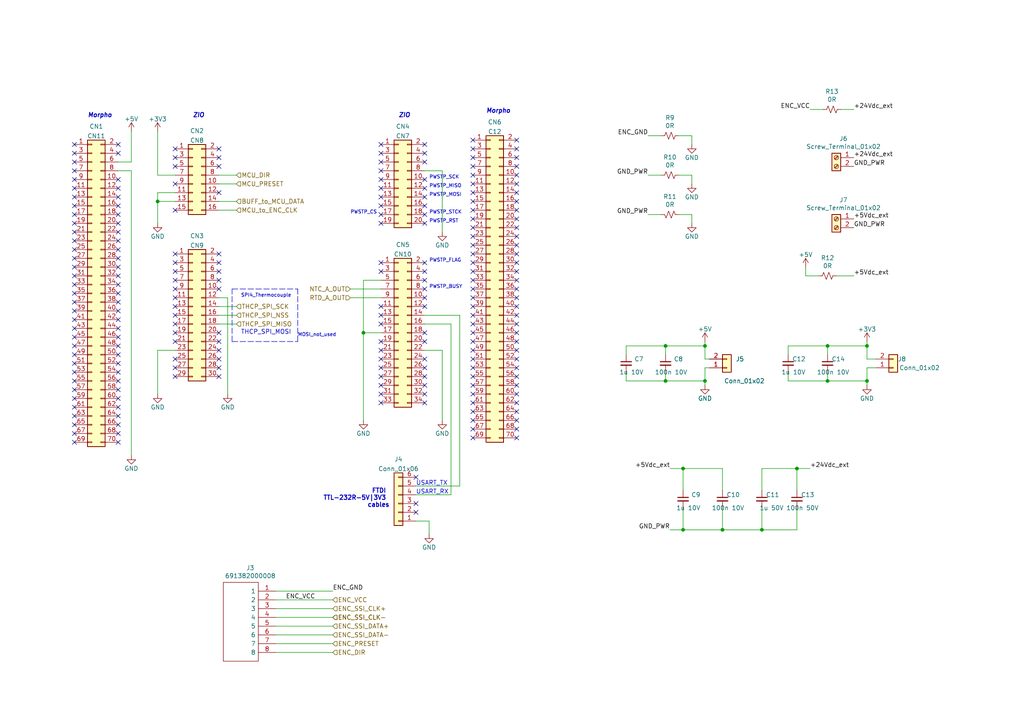
<source format=kicad_sch>
(kicad_sch (version 20211123) (generator eeschema)
  (paper "A4")
  (title_block (title "ProtonTH MatriXX Mover Nucleo-H723 driver") (date "2022-02-18") (rev "0.4") (company "ProM Facility - Trentino Sviluppo Spa"))
  (lib_symbols
    (symbol "Connector:Screw_Terminal_01x02" (pin_names (offset 1.016) hide)
      (property "Reference" "J" (at 0 2.54 0))
      (property "Value" "Screw_Terminal_01x02" (at 0 -5.08 0))
      (symbol "Screw_Terminal_01x02_1_1"
        (pin passive line (at -5.08 0 0) (length 3.81) (name "Pin_1") (number "1"))
        (pin passive line (at -5.08 -2.54 0) (length 3.81) (name "Pin_2") (number "2"))
      )
    )
    (symbol "Connector_Generic:Conn_01x02" (pin_names (offset 1.016) hide)
      (property "Reference" "J" (at 0 2.54 0))
      (property "Value" "Conn_01x02" (at 0 -5.08 0))
      (symbol "Conn_01x02_1_1"
        (pin passive line (at -5.08 0 0) (length 3.81) (name "Pin_1") (number "1"))
        (pin passive line (at -5.08 -2.54 0) (length 3.81) (name "Pin_2") (number "2"))
      )
    )
    (symbol "Connector_Generic:Conn_01x06" (pin_names (offset 1.016) hide)
      (property "Reference" "J" (at 0 7.62 0))
      (property "Value" "Conn_01x06" (at 0 -10.16 0))
      (symbol "Conn_01x06_1_1"
        (pin passive line (at -5.08 5.08 0) (length 3.81) (name "Pin_1") (number "1"))
        (pin passive line (at -5.08 2.54 0) (length 3.81) (name "Pin_2") (number "2"))
        (pin passive line (at -5.08 0 0) (length 3.81) (name "Pin_3") (number "3"))
        (pin passive line (at -5.08 -2.54 0) (length 3.81) (name "Pin_4") (number "4"))
        (pin passive line (at -5.08 -5.08 0) (length 3.81) (name "Pin_5") (number "5"))
        (pin passive line (at -5.08 -7.62 0) (length 3.81) (name "Pin_6") (number "6"))
      )
    )
    (symbol "Connector_Generic:Conn_02x08_Odd_Even" (pin_names (offset 1.016) hide)
      (property "Reference" "J" (at 1.27 10.16 0))
      (property "Value" "Conn_02x08_Odd_Even" (at 1.27 -12.7 0))
      (symbol "Conn_02x08_Odd_Even_1_1"
        (pin passive line (at -5.08 7.62 0) (length 3.81) (name "Pin_1") (number "1"))
        (pin passive line (at 7.62 -2.54 180) (length 3.81) (name "Pin_10") (number "10"))
        (pin passive line (at -5.08 -5.08 0) (length 3.81) (name "Pin_11") (number "11"))
        (pin passive line (at 7.62 -5.08 180) (length 3.81) (name "Pin_12") (number "12"))
        (pin passive line (at -5.08 -7.62 0) (length 3.81) (name "Pin_13") (number "13"))
        (pin passive line (at 7.62 -7.62 180) (length 3.81) (name "Pin_14") (number "14"))
        (pin passive line (at -5.08 -10.16 0) (length 3.81) (name "Pin_15") (number "15"))
        (pin passive line (at 7.62 -10.16 180) (length 3.81) (name "Pin_16") (number "16"))
        (pin passive line (at 7.62 7.62 180) (length 3.81) (name "Pin_2") (number "2"))
        (pin passive line (at -5.08 5.08 0) (length 3.81) (name "Pin_3") (number "3"))
        (pin passive line (at 7.62 5.08 180) (length 3.81) (name "Pin_4") (number "4"))
        (pin passive line (at -5.08 2.54 0) (length 3.81) (name "Pin_5") (number "5"))
        (pin passive line (at 7.62 2.54 180) (length 3.81) (name "Pin_6") (number "6"))
        (pin passive line (at -5.08 0 0) (length 3.81) (name "Pin_7") (number "7"))
        (pin passive line (at 7.62 0 180) (length 3.81) (name "Pin_8") (number "8"))
        (pin passive line (at -5.08 -2.54 0) (length 3.81) (name "Pin_9") (number "9"))
      )
    )
    (symbol "Connector_Generic:Conn_02x10_Odd_Even" (pin_names (offset 1.016) hide)
      (property "Reference" "J" (at 1.27 12.7 0))
      (property "Value" "Conn_02x10_Odd_Even" (at 1.27 -15.24 0))
      (symbol "Conn_02x10_Odd_Even_1_1"
        (pin passive line (at -5.08 10.16 0) (length 3.81) (name "Pin_1") (number "1"))
        (pin passive line (at 7.62 0 180) (length 3.81) (name "Pin_10") (number "10"))
        (pin passive line (at -5.08 -2.54 0) (length 3.81) (name "Pin_11") (number "11"))
        (pin passive line (at 7.62 -2.54 180) (length 3.81) (name "Pin_12") (number "12"))
        (pin passive line (at -5.08 -5.08 0) (length 3.81) (name "Pin_13") (number "13"))
        (pin passive line (at 7.62 -5.08 180) (length 3.81) (name "Pin_14") (number "14"))
        (pin passive line (at -5.08 -7.62 0) (length 3.81) (name "Pin_15") (number "15"))
        (pin passive line (at 7.62 -7.62 180) (length 3.81) (name "Pin_16") (number "16"))
        (pin passive line (at -5.08 -10.16 0) (length 3.81) (name "Pin_17") (number "17"))
        (pin passive line (at 7.62 -10.16 180) (length 3.81) (name "Pin_18") (number "18"))
        (pin passive line (at -5.08 -12.7 0) (length 3.81) (name "Pin_19") (number "19"))
        (pin passive line (at 7.62 10.16 180) (length 3.81) (name "Pin_2") (number "2"))
        (pin passive line (at 7.62 -12.7 180) (length 3.81) (name "Pin_20") (number "20"))
        (pin passive line (at -5.08 7.62 0) (length 3.81) (name "Pin_3") (number "3"))
        (pin passive line (at 7.62 7.62 180) (length 3.81) (name "Pin_4") (number "4"))
        (pin passive line (at -5.08 5.08 0) (length 3.81) (name "Pin_5") (number "5"))
        (pin passive line (at 7.62 5.08 180) (length 3.81) (name "Pin_6") (number "6"))
        (pin passive line (at -5.08 2.54 0) (length 3.81) (name "Pin_7") (number "7"))
        (pin passive line (at 7.62 2.54 180) (length 3.81) (name "Pin_8") (number "8"))
        (pin passive line (at -5.08 0 0) (length 3.81) (name "Pin_9") (number "9"))
      )
    )
    (symbol "Connector_Generic:Conn_02x15_Odd_Even" (pin_names (offset 1.016) hide)
      (property "Reference" "J" (at 1.27 20.32 0))
      (property "Value" "Conn_02x15_Odd_Even" (at 1.27 -20.32 0))
      (symbol "Conn_02x15_Odd_Even_1_1"
        (pin passive line (at -5.08 17.78 0) (length 3.81) (name "Pin_1") (number "1"))
        (pin passive line (at 7.62 7.62 180) (length 3.81) (name "Pin_10") (number "10"))
        (pin passive line (at -5.08 5.08 0) (length 3.81) (name "Pin_11") (number "11"))
        (pin passive line (at 7.62 5.08 180) (length 3.81) (name "Pin_12") (number "12"))
        (pin passive line (at -5.08 2.54 0) (length 3.81) (name "Pin_13") (number "13"))
        (pin passive line (at 7.62 2.54 180) (length 3.81) (name "Pin_14") (number "14"))
        (pin passive line (at -5.08 0 0) (length 3.81) (name "Pin_15") (number "15"))
        (pin passive line (at 7.62 0 180) (length 3.81) (name "Pin_16") (number "16"))
        (pin passive line (at -5.08 -2.54 0) (length 3.81) (name "Pin_17") (number "17"))
        (pin passive line (at 7.62 -2.54 180) (length 3.81) (name "Pin_18") (number "18"))
        (pin passive line (at -5.08 -5.08 0) (length 3.81) (name "Pin_19") (number "19"))
        (pin passive line (at 7.62 17.78 180) (length 3.81) (name "Pin_2") (number "2"))
        (pin passive line (at 7.62 -5.08 180) (length 3.81) (name "Pin_20") (number "20"))
        (pin passive line (at -5.08 -7.62 0) (length 3.81) (name "Pin_21") (number "21"))
        (pin passive line (at 7.62 -7.62 180) (length 3.81) (name "Pin_22") (number "22"))
        (pin passive line (at -5.08 -10.16 0) (length 3.81) (name "Pin_23") (number "23"))
        (pin passive line (at 7.62 -10.16 180) (length 3.81) (name "Pin_24") (number "24"))
        (pin passive line (at -5.08 -12.7 0) (length 3.81) (name "Pin_25") (number "25"))
        (pin passive line (at 7.62 -12.7 180) (length 3.81) (name "Pin_26") (number "26"))
        (pin passive line (at -5.08 -15.24 0) (length 3.81) (name "Pin_27") (number "27"))
        (pin passive line (at 7.62 -15.24 180) (length 3.81) (name "Pin_28") (number "28"))
        (pin passive line (at -5.08 -17.78 0) (length 3.81) (name "Pin_29") (number "29"))
        (pin passive line (at -5.08 15.24 0) (length 3.81) (name "Pin_3") (number "3"))
        (pin passive line (at 7.62 -17.78 180) (length 3.81) (name "Pin_30") (number "30"))
        (pin passive line (at 7.62 15.24 180) (length 3.81) (name "Pin_4") (number "4"))
        (pin passive line (at -5.08 12.7 0) (length 3.81) (name "Pin_5") (number "5"))
        (pin passive line (at 7.62 12.7 180) (length 3.81) (name "Pin_6") (number "6"))
        (pin passive line (at -5.08 10.16 0) (length 3.81) (name "Pin_7") (number "7"))
        (pin passive line (at 7.62 10.16 180) (length 3.81) (name "Pin_8") (number "8"))
        (pin passive line (at -5.08 7.62 0) (length 3.81) (name "Pin_9") (number "9"))
      )
    )
    (symbol "Connector_Generic:Conn_02x17_Odd_Even" (pin_names (offset 1.016) hide)
      (property "Reference" "J" (at 1.27 22.86 0))
      (property "Value" "Conn_02x17_Odd_Even" (at 1.27 -22.86 0))
      (symbol "Conn_02x17_Odd_Even_1_1"
        (pin passive line (at -5.08 20.32 0) (length 3.81) (name "Pin_1") (number "1"))
        (pin passive line (at 7.62 10.16 180) (length 3.81) (name "Pin_10") (number "10"))
        (pin passive line (at -5.08 7.62 0) (length 3.81) (name "Pin_11") (number "11"))
        (pin passive line (at 7.62 7.62 180) (length 3.81) (name "Pin_12") (number "12"))
        (pin passive line (at -5.08 5.08 0) (length 3.81) (name "Pin_13") (number "13"))
        (pin passive line (at 7.62 5.08 180) (length 3.81) (name "Pin_14") (number "14"))
        (pin passive line (at -5.08 2.54 0) (length 3.81) (name "Pin_15") (number "15"))
        (pin passive line (at 7.62 2.54 180) (length 3.81) (name "Pin_16") (number "16"))
        (pin passive line (at -5.08 0 0) (length 3.81) (name "Pin_17") (number "17"))
        (pin passive line (at 7.62 0 180) (length 3.81) (name "Pin_18") (number "18"))
        (pin passive line (at -5.08 -2.54 0) (length 3.81) (name "Pin_19") (number "19"))
        (pin passive line (at 7.62 20.32 180) (length 3.81) (name "Pin_2") (number "2"))
        (pin passive line (at 7.62 -2.54 180) (length 3.81) (name "Pin_20") (number "20"))
        (pin passive line (at -5.08 -5.08 0) (length 3.81) (name "Pin_21") (number "21"))
        (pin passive line (at 7.62 -5.08 180) (length 3.81) (name "Pin_22") (number "22"))
        (pin passive line (at -5.08 -7.62 0) (length 3.81) (name "Pin_23") (number "23"))
        (pin passive line (at 7.62 -7.62 180) (length 3.81) (name "Pin_24") (number "24"))
        (pin passive line (at -5.08 -10.16 0) (length 3.81) (name "Pin_25") (number "25"))
        (pin passive line (at 7.62 -10.16 180) (length 3.81) (name "Pin_26") (number "26"))
        (pin passive line (at -5.08 -12.7 0) (length 3.81) (name "Pin_27") (number "27"))
        (pin passive line (at 7.62 -12.7 180) (length 3.81) (name "Pin_28") (number "28"))
        (pin passive line (at -5.08 -15.24 0) (length 3.81) (name "Pin_29") (number "29"))
        (pin passive line (at -5.08 17.78 0) (length 3.81) (name "Pin_3") (number "3"))
        (pin passive line (at 7.62 -15.24 180) (length 3.81) (name "Pin_30") (number "30"))
        (pin passive line (at -5.08 -17.78 0) (length 3.81) (name "Pin_31") (number "31"))
        (pin passive line (at 7.62 -17.78 180) (length 3.81) (name "Pin_32") (number "32"))
        (pin passive line (at -5.08 -20.32 0) (length 3.81) (name "Pin_33") (number "33"))
        (pin passive line (at 7.62 -20.32 180) (length 3.81) (name "Pin_34") (number "34"))
        (pin passive line (at 7.62 17.78 180) (length 3.81) (name "Pin_4") (number "4"))
        (pin passive line (at -5.08 15.24 0) (length 3.81) (name "Pin_5") (number "5"))
        (pin passive line (at 7.62 15.24 180) (length 3.81) (name "Pin_6") (number "6"))
        (pin passive line (at -5.08 12.7 0) (length 3.81) (name "Pin_7") (number "7"))
        (pin passive line (at 7.62 12.7 180) (length 3.81) (name "Pin_8") (number "8"))
        (pin passive line (at -5.08 10.16 0) (length 3.81) (name "Pin_9") (number "9"))
      )
    )
    (symbol "Connector_Generic:Conn_02x35_Odd_Even" (pin_names (offset 1.016) hide)
      (property "Reference" "J" (at 1.27 45.72 0))
      (property "Value" "Conn_02x35_Odd_Even" (at 1.27 -45.72 0))
      (symbol "Conn_02x35_Odd_Even_1_1"
        (pin passive line (at -5.08 43.18 0) (length 3.81) (name "Pin_1") (number "1"))
        (pin passive line (at 7.62 33.02 180) (length 3.81) (name "Pin_10") (number "10"))
        (pin passive line (at -5.08 30.48 0) (length 3.81) (name "Pin_11") (number "11"))
        (pin passive line (at 7.62 30.48 180) (length 3.81) (name "Pin_12") (number "12"))
        (pin passive line (at -5.08 27.94 0) (length 3.81) (name "Pin_13") (number "13"))
        (pin passive line (at 7.62 27.94 180) (length 3.81) (name "Pin_14") (number "14"))
        (pin passive line (at -5.08 25.4 0) (length 3.81) (name "Pin_15") (number "15"))
        (pin passive line (at 7.62 25.4 180) (length 3.81) (name "Pin_16") (number "16"))
        (pin passive line (at -5.08 22.86 0) (length 3.81) (name "Pin_17") (number "17"))
        (pin passive line (at 7.62 22.86 180) (length 3.81) (name "Pin_18") (number "18"))
        (pin passive line (at -5.08 20.32 0) (length 3.81) (name "Pin_19") (number "19"))
        (pin passive line (at 7.62 43.18 180) (length 3.81) (name "Pin_2") (number "2"))
        (pin passive line (at 7.62 20.32 180) (length 3.81) (name "Pin_20") (number "20"))
        (pin passive line (at -5.08 17.78 0) (length 3.81) (name "Pin_21") (number "21"))
        (pin passive line (at 7.62 17.78 180) (length 3.81) (name "Pin_22") (number "22"))
        (pin passive line (at -5.08 15.24 0) (length 3.81) (name "Pin_23") (number "23"))
        (pin passive line (at 7.62 15.24 180) (length 3.81) (name "Pin_24") (number "24"))
        (pin passive line (at -5.08 12.7 0) (length 3.81) (name "Pin_25") (number "25"))
        (pin passive line (at 7.62 12.7 180) (length 3.81) (name "Pin_26") (number "26"))
        (pin passive line (at -5.08 10.16 0) (length 3.81) (name "Pin_27") (number "27"))
        (pin passive line (at 7.62 10.16 180) (length 3.81) (name "Pin_28") (number "28"))
        (pin passive line (at -5.08 7.62 0) (length 3.81) (name "Pin_29") (number "29"))
        (pin passive line (at -5.08 40.64 0) (length 3.81) (name "Pin_3") (number "3"))
        (pin passive line (at 7.62 7.62 180) (length 3.81) (name "Pin_30") (number "30"))
        (pin passive line (at -5.08 5.08 0) (length 3.81) (name "Pin_31") (number "31"))
        (pin passive line (at 7.62 5.08 180) (length 3.81) (name "Pin_32") (number "32"))
        (pin passive line (at -5.08 2.54 0) (length 3.81) (name "Pin_33") (number "33"))
        (pin passive line (at 7.62 2.54 180) (length 3.81) (name "Pin_34") (number "34"))
        (pin passive line (at -5.08 0 0) (length 3.81) (name "Pin_35") (number "35"))
        (pin passive line (at 7.62 0 180) (length 3.81) (name "Pin_36") (number "36"))
        (pin passive line (at -5.08 -2.54 0) (length 3.81) (name "Pin_37") (number "37"))
        (pin passive line (at 7.62 -2.54 180) (length 3.81) (name "Pin_38") (number "38"))
        (pin passive line (at -5.08 -5.08 0) (length 3.81) (name "Pin_39") (number "39"))
        (pin passive line (at 7.62 40.64 180) (length 3.81) (name "Pin_4") (number "4"))
        (pin passive line (at 7.62 -5.08 180) (length 3.81) (name "Pin_40") (number "40"))
        (pin passive line (at -5.08 -7.62 0) (length 3.81) (name "Pin_41") (number "41"))
        (pin passive line (at 7.62 -7.62 180) (length 3.81) (name "Pin_42") (number "42"))
        (pin passive line (at -5.08 -10.16 0) (length 3.81) (name "Pin_43") (number "43"))
        (pin passive line (at 7.62 -10.16 180) (length 3.81) (name "Pin_44") (number "44"))
        (pin passive line (at -5.08 -12.7 0) (length 3.81) (name "Pin_45") (number "45"))
        (pin passive line (at 7.62 -12.7 180) (length 3.81) (name "Pin_46") (number "46"))
        (pin passive line (at -5.08 -15.24 0) (length 3.81) (name "Pin_47") (number "47"))
        (pin passive line (at 7.62 -15.24 180) (length 3.81) (name "Pin_48") (number "48"))
        (pin passive line (at -5.08 -17.78 0) (length 3.81) (name "Pin_49") (number "49"))
        (pin passive line (at -5.08 38.1 0) (length 3.81) (name "Pin_5") (number "5"))
        (pin passive line (at 7.62 -17.78 180) (length 3.81) (name "Pin_50") (number "50"))
        (pin passive line (at -5.08 -20.32 0) (length 3.81) (name "Pin_51") (number "51"))
        (pin passive line (at 7.62 -20.32 180) (length 3.81) (name "Pin_52") (number "52"))
        (pin passive line (at -5.08 -22.86 0) (length 3.81) (name "Pin_53") (number "53"))
        (pin passive line (at 7.62 -22.86 180) (length 3.81) (name "Pin_54") (number "54"))
        (pin passive line (at -5.08 -25.4 0) (length 3.81) (name "Pin_55") (number "55"))
        (pin passive line (at 7.62 -25.4 180) (length 3.81) (name "Pin_56") (number "56"))
        (pin passive line (at -5.08 -27.94 0) (length 3.81) (name "Pin_57") (number "57"))
        (pin passive line (at 7.62 -27.94 180) (length 3.81) (name "Pin_58") (number "58"))
        (pin passive line (at -5.08 -30.48 0) (length 3.81) (name "Pin_59") (number "59"))
        (pin passive line (at 7.62 38.1 180) (length 3.81) (name "Pin_6") (number "6"))
        (pin passive line (at 7.62 -30.48 180) (length 3.81) (name "Pin_60") (number "60"))
        (pin passive line (at -5.08 -33.02 0) (length 3.81) (name "Pin_61") (number "61"))
        (pin passive line (at 7.62 -33.02 180) (length 3.81) (name "Pin_62") (number "62"))
        (pin passive line (at -5.08 -35.56 0) (length 3.81) (name "Pin_63") (number "63"))
        (pin passive line (at 7.62 -35.56 180) (length 3.81) (name "Pin_64") (number "64"))
        (pin passive line (at -5.08 -38.1 0) (length 3.81) (name "Pin_65") (number "65"))
        (pin passive line (at 7.62 -38.1 180) (length 3.81) (name "Pin_66") (number "66"))
        (pin passive line (at -5.08 -40.64 0) (length 3.81) (name "Pin_67") (number "67"))
        (pin passive line (at 7.62 -40.64 180) (length 3.81) (name "Pin_68") (number "68"))
        (pin passive line (at -5.08 -43.18 0) (length 3.81) (name "Pin_69") (number "69"))
        (pin passive line (at -5.08 35.56 0) (length 3.81) (name "Pin_7") (number "7"))
        (pin passive line (at 7.62 -43.18 180) (length 3.81) (name "Pin_70") (number "70"))
        (pin passive line (at 7.62 35.56 180) (length 3.81) (name "Pin_8") (number "8"))
        (pin passive line (at -5.08 33.02 0) (length 3.81) (name "Pin_9") (number "9"))
      )
    )
    (symbol "Device:C_Small" (pin_numbers hide) (pin_names (offset 0.254) hide)
      (property "Reference" "C" (at 0.254 1.778 0))
      (property "Value" "C_Small" (at 0.254 -2.032 0))
      (symbol "C_Small_1_1"
        (pin passive line (at 0 2.54 270) (length 2.032) (name "~") (number "1"))
        (pin passive line (at 0 -2.54 90) (length 2.032) (name "~") (number "2"))
      )
    )
    (symbol "Device:R_Small_US" (pin_numbers hide) (pin_names (offset 0.254) hide)
      (property "Reference" "R" (at 0.762 0.508 0))
      (property "Value" "R_Small_US" (at 0.762 -1.016 0))
      (symbol "R_Small_US_1_1"
        (pin passive line (at 0 2.54 270) (length 1.016) (name "~") (number "1"))
        (pin passive line (at 0 -2.54 90) (length 1.016) (name "~") (number "2"))
      )
    )
    (symbol "SamacSys_Parts:691382000008" (pin_names (offset 0.762))
      (property "Reference" "J" (at 16.51 7.62 0))
      (property "Value" "SamacSys_Parts_691382000008" (at 16.51 5.08 0))
      (symbol "691382000008_0_0"
        (pin passive line (at 0 0 0) (length 5.08) (name "1") (number "1"))
        (pin passive line (at 0 -2.54 0) (length 5.08) (name "2") (number "2"))
        (pin passive line (at 0 -5.08 0) (length 5.08) (name "3") (number "3"))
        (pin passive line (at 0 -7.62 0) (length 5.08) (name "4") (number "4"))
        (pin passive line (at 0 -10.16 0) (length 5.08) (name "5") (number "5"))
        (pin passive line (at 0 -12.7 0) (length 5.08) (name "6") (number "6"))
        (pin passive line (at 0 -15.24 0) (length 5.08) (name "7") (number "7"))
        (pin passive line (at 0 -17.78 0) (length 5.08) (name "8") (number "8"))
      )
    )
    (symbol "power:+3.3V" (power) (pin_names (offset 0))
      (property "Value" "+3.3V" (at 0 3.556 0))
      (symbol "+3.3V_1_1"
        (pin power_in line (at 0 0 90) (length 0) hide (name "+3V3") (number "1"))
      )
    )
    (symbol "power:+5V" (power) (pin_names (offset 0))
      (property "Value" "+5V" (at 0 3.556 0))
      (symbol "+5V_1_1"
        (pin power_in line (at 0 0 90) (length 0) hide (name "+5V") (number "1"))
      )
    )
    (symbol "power:GND" (power) (pin_names (offset 0))
      (property "Value" "GND" (at 0 -3.81 0))
      (symbol "GND_1_1"
        (pin power_in line (at 0 0 270) (length 0) hide (name "GND") (number "1"))
      )
    )
  )
  (junction (at 198.12 135.89))
  (junction (at 193.04 110.49))
  (junction (at 193.04 100.33))
  (junction (at 251.46 110.49))
  (junction (at 204.47 110.49))
  (junction (at 231.14 135.89))
  (junction (at 251.46 100.33))
  (junction (at 240.03 100.33))
  (junction (at 240.03 110.49))
  (junction (at 209.55 153.67))
  (junction (at 204.47 100.33))
  (junction (at 105.41 96.52))
  (junction (at 198.12 153.67))
  (junction (at 220.98 153.67))
  (junction (at 45.72 58.42))
  (no_connect (at 120.65 138.43))
  (no_connect (at 120.65 146.05))
  (no_connect (at 120.65 148.59))
  (no_connect (at 137.16 101.6))
  (no_connect (at 137.16 99.06))
  (no_connect (at 137.16 104.14))
  (no_connect (at 137.16 119.38))
  (no_connect (at 137.16 111.76))
  (no_connect (at 137.16 106.68))
  (no_connect (at 137.16 114.3))
  (no_connect (at 137.16 109.22))
  (no_connect (at 137.16 116.84))
  (no_connect (at 149.86 121.92))
  (no_connect (at 137.16 124.46))
  (no_connect (at 137.16 127))
  (no_connect (at 149.86 127))
  (no_connect (at 149.86 124.46))
  (no_connect (at 149.86 119.38))
  (no_connect (at 137.16 121.92))
  (no_connect (at 149.86 114.3))
  (no_connect (at 149.86 116.84))
  (no_connect (at 149.86 104.14))
  (no_connect (at 149.86 109.22))
  (no_connect (at 149.86 101.6))
  (no_connect (at 149.86 99.06))
  (no_connect (at 149.86 106.68))
  (no_connect (at 149.86 111.76))
  (no_connect (at 137.16 68.58))
  (no_connect (at 137.16 66.04))
  (no_connect (at 137.16 71.12))
  (no_connect (at 137.16 63.5))
  (no_connect (at 149.86 68.58))
  (no_connect (at 149.86 71.12))
  (no_connect (at 149.86 63.5))
  (no_connect (at 149.86 73.66))
  (no_connect (at 149.86 66.04))
  (no_connect (at 34.29 128.27))
  (no_connect (at 34.29 125.73))
  (no_connect (at 34.29 123.19))
  (no_connect (at 34.29 80.01))
  (no_connect (at 34.29 82.55))
  (no_connect (at 34.29 85.09))
  (no_connect (at 34.29 87.63))
  (no_connect (at 34.29 90.17))
  (no_connect (at 34.29 92.71))
  (no_connect (at 34.29 95.25))
  (no_connect (at 34.29 97.79))
  (no_connect (at 34.29 100.33))
  (no_connect (at 34.29 102.87))
  (no_connect (at 21.59 118.11))
  (no_connect (at 21.59 123.19))
  (no_connect (at 21.59 120.65))
  (no_connect (at 21.59 125.73))
  (no_connect (at 21.59 128.27))
  (no_connect (at 21.59 115.57))
  (no_connect (at 34.29 120.65))
  (no_connect (at 34.29 118.11))
  (no_connect (at 34.29 115.57))
  (no_connect (at 34.29 105.41))
  (no_connect (at 34.29 107.95))
  (no_connect (at 34.29 110.49))
  (no_connect (at 34.29 113.03))
  (no_connect (at 34.29 77.47))
  (no_connect (at 34.29 72.39))
  (no_connect (at 34.29 74.93))
  (no_connect (at 137.16 81.28))
  (no_connect (at 137.16 78.74))
  (no_connect (at 137.16 76.2))
  (no_connect (at 149.86 76.2))
  (no_connect (at 149.86 78.74))
  (no_connect (at 149.86 86.36))
  (no_connect (at 149.86 81.28))
  (no_connect (at 149.86 83.82))
  (no_connect (at 149.86 88.9))
  (no_connect (at 149.86 91.44))
  (no_connect (at 149.86 93.98))
  (no_connect (at 149.86 96.52))
  (no_connect (at 137.16 73.66))
  (no_connect (at 137.16 96.52))
  (no_connect (at 137.16 86.36))
  (no_connect (at 137.16 83.82))
  (no_connect (at 137.16 93.98))
  (no_connect (at 137.16 88.9))
  (no_connect (at 137.16 91.44))
  (no_connect (at 50.8 53.34))
  (no_connect (at 50.8 43.18))
  (no_connect (at 50.8 48.26))
  (no_connect (at 50.8 60.96))
  (no_connect (at 63.5 55.88))
  (no_connect (at 50.8 45.72))
  (no_connect (at 63.5 43.18))
  (no_connect (at 63.5 45.72))
  (no_connect (at 63.5 48.26))
  (no_connect (at 110.49 41.91))
  (no_connect (at 110.49 44.45))
  (no_connect (at 110.49 46.99))
  (no_connect (at 110.49 49.53))
  (no_connect (at 110.49 52.07))
  (no_connect (at 123.19 41.91))
  (no_connect (at 123.19 44.45))
  (no_connect (at 123.19 46.99))
  (no_connect (at 123.19 52.07))
  (no_connect (at 123.19 54.61))
  (no_connect (at 110.49 54.61))
  (no_connect (at 110.49 57.15))
  (no_connect (at 123.19 57.15))
  (no_connect (at 110.49 59.69))
  (no_connect (at 110.49 62.23))
  (no_connect (at 110.49 64.77))
  (no_connect (at 123.19 64.77))
  (no_connect (at 123.19 62.23))
  (no_connect (at 123.19 59.69))
  (no_connect (at 21.59 41.91))
  (no_connect (at 21.59 44.45))
  (no_connect (at 21.59 46.99))
  (no_connect (at 21.59 49.53))
  (no_connect (at 34.29 41.91))
  (no_connect (at 34.29 44.45))
  (no_connect (at 34.29 54.61))
  (no_connect (at 34.29 52.07))
  (no_connect (at 21.59 52.07))
  (no_connect (at 21.59 54.61))
  (no_connect (at 21.59 57.15))
  (no_connect (at 21.59 59.69))
  (no_connect (at 63.5 96.52))
  (no_connect (at 137.16 60.96))
  (no_connect (at 149.86 48.26))
  (no_connect (at 149.86 55.88))
  (no_connect (at 149.86 43.18))
  (no_connect (at 149.86 40.64))
  (no_connect (at 149.86 50.8))
  (no_connect (at 149.86 53.34))
  (no_connect (at 149.86 45.72))
  (no_connect (at 137.16 53.34))
  (no_connect (at 137.16 45.72))
  (no_connect (at 137.16 55.88))
  (no_connect (at 137.16 50.8))
  (no_connect (at 137.16 48.26))
  (no_connect (at 137.16 58.42))
  (no_connect (at 137.16 43.18))
  (no_connect (at 149.86 60.96))
  (no_connect (at 149.86 58.42))
  (no_connect (at 137.16 40.64))
  (no_connect (at 34.29 57.15))
  (no_connect (at 34.29 59.69))
  (no_connect (at 34.29 62.23))
  (no_connect (at 21.59 62.23))
  (no_connect (at 21.59 64.77))
  (no_connect (at 50.8 78.74))
  (no_connect (at 50.8 76.2))
  (no_connect (at 50.8 73.66))
  (no_connect (at 63.5 73.66))
  (no_connect (at 63.5 76.2))
  (no_connect (at 63.5 83.82))
  (no_connect (at 63.5 81.28))
  (no_connect (at 63.5 78.74))
  (no_connect (at 63.5 109.22))
  (no_connect (at 50.8 109.22))
  (no_connect (at 50.8 106.68))
  (no_connect (at 63.5 99.06))
  (no_connect (at 50.8 104.14))
  (no_connect (at 50.8 93.98))
  (no_connect (at 50.8 99.06))
  (no_connect (at 50.8 96.52))
  (no_connect (at 50.8 91.44))
  (no_connect (at 50.8 88.9))
  (no_connect (at 50.8 86.36))
  (no_connect (at 50.8 83.82))
  (no_connect (at 50.8 81.28))
  (no_connect (at 63.5 101.6))
  (no_connect (at 63.5 104.14))
  (no_connect (at 63.5 106.68))
  (no_connect (at 21.59 102.87))
  (no_connect (at 21.59 105.41))
  (no_connect (at 21.59 107.95))
  (no_connect (at 21.59 110.49))
  (no_connect (at 21.59 113.03))
  (no_connect (at 21.59 77.47))
  (no_connect (at 21.59 80.01))
  (no_connect (at 21.59 82.55))
  (no_connect (at 21.59 85.09))
  (no_connect (at 21.59 87.63))
  (no_connect (at 21.59 90.17))
  (no_connect (at 21.59 92.71))
  (no_connect (at 21.59 95.25))
  (no_connect (at 21.59 97.79))
  (no_connect (at 21.59 100.33))
  (no_connect (at 34.29 64.77))
  (no_connect (at 34.29 67.31))
  (no_connect (at 34.29 69.85))
  (no_connect (at 21.59 67.31))
  (no_connect (at 21.59 69.85))
  (no_connect (at 21.59 72.39))
  (no_connect (at 21.59 74.93))
  (no_connect (at 110.49 76.2))
  (no_connect (at 110.49 78.74))
  (no_connect (at 123.19 76.2))
  (no_connect (at 123.19 78.74))
  (no_connect (at 123.19 81.28))
  (no_connect (at 123.19 83.82))
  (no_connect (at 123.19 86.36))
  (no_connect (at 123.19 88.9))
  (no_connect (at 123.19 96.52))
  (no_connect (at 110.49 116.84))
  (no_connect (at 110.49 114.3))
  (no_connect (at 123.19 99.06))
  (no_connect (at 123.19 104.14))
  (no_connect (at 123.19 106.68))
  (no_connect (at 123.19 109.22))
  (no_connect (at 123.19 111.76))
  (no_connect (at 123.19 114.3))
  (no_connect (at 123.19 116.84))
  (no_connect (at 110.49 111.76))
  (no_connect (at 110.49 88.9))
  (no_connect (at 110.49 91.44))
  (no_connect (at 110.49 93.98))
  (no_connect (at 110.49 109.22))
  (no_connect (at 110.49 106.68))
  (no_connect (at 110.49 104.14))
  (no_connect (at 110.49 101.6))
  (no_connect (at 110.49 99.06))
  (wire (pts (xy 254 106.68) (xy 251.46 106.68)))
  (wire (pts (xy 220.98 147.32) (xy 220.98 153.67)))
  (polyline (pts (xy 86.36 99.06) (xy 86.36 83.82)))
  (wire (pts (xy 187.96 39.37) (xy 191.77 39.37)))
  (wire (pts (xy 187.96 50.8) (xy 191.77 50.8)))
  (wire (pts (xy 120.65 140.97) (xy 133.35 140.97)))
  (wire (pts (xy 228.6 110.49) (xy 240.03 110.49)))
  (wire (pts (xy 234.95 31.75) (xy 238.76 31.75)))
  (wire (pts (xy 181.61 110.49) (xy 193.04 110.49)))
  (wire (pts (xy 204.47 99.06) (xy 204.47 100.33)))
  (wire (pts (xy 68.58 88.9) (xy 63.5 88.9)))
  (wire (pts (xy 240.03 110.49) (xy 251.46 110.49)))
  (wire (pts (xy 196.85 50.8) (xy 200.66 50.8)))
  (polyline (pts (xy 67.31 99.06) (xy 86.36 99.06)))
  (wire (pts (xy 80.01 186.69) (xy 96.52 186.69)))
  (wire (pts (xy 130.81 93.98) (xy 130.81 143.51)))
  (wire (pts (xy 209.55 147.32) (xy 209.55 153.67)))
  (wire (pts (xy 242.57 80.01) (xy 247.65 80.01)))
  (wire (pts (xy 240.03 107.95) (xy 240.03 110.49)))
  (wire (pts (xy 45.72 64.77) (xy 45.72 58.42)))
  (wire (pts (xy 205.74 106.68) (xy 204.47 106.68)))
  (wire (pts (xy 228.6 100.33) (xy 240.03 100.33)))
  (wire (pts (xy 66.04 114.3) (xy 66.04 86.36)))
  (wire (pts (xy 38.1 132.08) (xy 38.1 49.53)))
  (wire (pts (xy 231.14 135.89) (xy 231.14 142.24)))
  (wire (pts (xy 68.58 91.44) (xy 63.5 91.44)))
  (wire (pts (xy 66.04 86.36) (xy 63.5 86.36)))
  (wire (pts (xy 120.65 151.13) (xy 124.46 151.13)))
  (wire (pts (xy 193.04 107.95) (xy 193.04 110.49)))
  (wire (pts (xy 200.66 62.23) (xy 200.66 64.77)))
  (wire (pts (xy 181.61 107.95) (xy 181.61 110.49)))
  (wire (pts (xy 204.47 106.68) (xy 204.47 110.49)))
  (wire (pts (xy 193.04 110.49) (xy 204.47 110.49)))
  (wire (pts (xy 50.8 55.88) (xy 45.72 55.88)))
  (wire (pts (xy 38.1 49.53) (xy 34.29 49.53)))
  (wire (pts (xy 45.72 58.42) (xy 50.8 58.42)))
  (wire (pts (xy 209.55 142.24) (xy 209.55 135.89)))
  (wire (pts (xy 45.72 101.6) (xy 45.72 114.3)))
  (wire (pts (xy 198.12 153.67) (xy 198.12 147.32)))
  (wire (pts (xy 251.46 100.33) (xy 251.46 99.06)))
  (wire (pts (xy 251.46 106.68) (xy 251.46 110.49)))
  (wire (pts (xy 80.01 171.45) (xy 96.52 171.45)))
  (wire (pts (xy 124.46 151.13) (xy 124.46 154.94)))
  (wire (pts (xy 105.41 96.52) (xy 105.41 121.92)))
  (wire (pts (xy 200.66 50.8) (xy 200.66 53.34)))
  (wire (pts (xy 38.1 46.99) (xy 38.1 38.1)))
  (wire (pts (xy 191.77 62.23) (xy 187.96 62.23)))
  (wire (pts (xy 45.72 55.88) (xy 45.72 58.42)))
  (wire (pts (xy 209.55 135.89) (xy 198.12 135.89)))
  (wire (pts (xy 68.58 93.98) (xy 63.5 93.98)))
  (wire (pts (xy 209.55 153.67) (xy 198.12 153.67)))
  (wire (pts (xy 101.6 86.36) (xy 110.49 86.36)))
  (wire (pts (xy 80.01 181.61) (xy 96.52 181.61)))
  (wire (pts (xy 231.14 135.89) (xy 234.95 135.89)))
  (wire (pts (xy 251.46 104.14) (xy 251.46 100.33)))
  (polyline (pts (xy 67.31 83.82) (xy 86.36 83.82)))
  (wire (pts (xy 204.47 111.76) (xy 204.47 110.49)))
  (wire (pts (xy 133.35 91.44) (xy 133.35 140.97)))
  (wire (pts (xy 200.66 39.37) (xy 200.66 41.91)))
  (wire (pts (xy 34.29 46.99) (xy 38.1 46.99)))
  (wire (pts (xy 128.27 49.53) (xy 123.19 49.53)))
  (wire (pts (xy 243.84 31.75) (xy 247.65 31.75)))
  (wire (pts (xy 194.31 135.89) (xy 198.12 135.89)))
  (wire (pts (xy 80.01 184.15) (xy 96.52 184.15)))
  (wire (pts (xy 204.47 100.33) (xy 204.47 104.14)))
  (wire (pts (xy 228.6 107.95) (xy 228.6 110.49)))
  (wire (pts (xy 240.03 100.33) (xy 251.46 100.33)))
  (wire (pts (xy 68.58 53.34) (xy 63.5 53.34)))
  (wire (pts (xy 251.46 110.49) (xy 251.46 111.76)))
  (wire (pts (xy 45.72 38.1) (xy 45.72 50.8)))
  (wire (pts (xy 193.04 100.33) (xy 193.04 102.87)))
  (wire (pts (xy 240.03 102.87) (xy 240.03 100.33)))
  (wire (pts (xy 128.27 67.31) (xy 128.27 49.53)))
  (wire (pts (xy 123.19 93.98) (xy 130.81 93.98)))
  (wire (pts (xy 123.19 101.6) (xy 128.27 101.6)))
  (wire (pts (xy 196.85 39.37) (xy 200.66 39.37)))
  (wire (pts (xy 220.98 142.24) (xy 220.98 135.89)))
  (wire (pts (xy 181.61 100.33) (xy 193.04 100.33)))
  (wire (pts (xy 128.27 101.6) (xy 128.27 121.92)))
  (wire (pts (xy 194.31 153.67) (xy 198.12 153.67)))
  (wire (pts (xy 68.58 50.8) (xy 63.5 50.8)))
  (wire (pts (xy 50.8 101.6) (xy 45.72 101.6)))
  (wire (pts (xy 204.47 104.14) (xy 205.74 104.14)))
  (wire (pts (xy 233.68 80.01) (xy 237.49 80.01)))
  (wire (pts (xy 80.01 176.53) (xy 96.52 176.53)))
  (wire (pts (xy 101.6 83.82) (xy 110.49 83.82)))
  (wire (pts (xy 181.61 102.87) (xy 181.61 100.33)))
  (wire (pts (xy 123.19 91.44) (xy 133.35 91.44)))
  (wire (pts (xy 80.01 179.07) (xy 96.52 179.07)))
  (wire (pts (xy 110.49 81.28) (xy 105.41 81.28)))
  (wire (pts (xy 68.58 58.42) (xy 63.5 58.42)))
  (wire (pts (xy 68.58 60.96) (xy 63.5 60.96)))
  (wire (pts (xy 220.98 135.89) (xy 231.14 135.89)))
  (wire (pts (xy 105.41 81.28) (xy 105.41 96.52)))
  (wire (pts (xy 251.46 104.14) (xy 254 104.14)))
  (wire (pts (xy 220.98 153.67) (xy 209.55 153.67)))
  (wire (pts (xy 80.01 189.23) (xy 96.52 189.23)))
  (wire (pts (xy 120.65 143.51) (xy 130.81 143.51)))
  (wire (pts (xy 105.41 96.52) (xy 110.49 96.52)))
  (wire (pts (xy 200.66 62.23) (xy 196.85 62.23)))
  (polyline (pts (xy 86.36 83.82) (xy 86.36 85.09)))
  (wire (pts (xy 80.01 173.99) (xy 96.52 173.99)))
  (wire (pts (xy 193.04 100.33) (xy 204.47 100.33)))
  (wire (pts (xy 198.12 135.89) (xy 198.12 142.24)))
  (polyline (pts (xy 67.31 99.06) (xy 67.31 83.82)))
  (wire (pts (xy 45.72 50.8) (xy 50.8 50.8)))
  (wire (pts (xy 231.14 147.32) (xy 231.14 153.67)))
  (wire (pts (xy 228.6 102.87) (xy 228.6 100.33)))
  (wire (pts (xy 233.68 77.47) (xy 233.68 80.01)))
  (wire (pts (xy 231.14 153.67) (xy 220.98 153.67)))
  (text "PWSTP_BUSY" (at 124.46 83.82 0) (effects (font (size 1 1)) (justify left bottom)))
  (text "PWSTP_FLAG" (at 124.46 76.2 0) (effects (font (size 1 1)) (justify left bottom)))
  (text "Morpho" (at 25.4 34.29 0) (effects (font (size 1.27 1.27) (thickness 0.254) bold italic) (justify left bottom)))
  (text "MOSI_not_used" (at 86.36 97.79 0) (effects (font (size 1 1)) (justify left bottom)))
  (text "FTDI \nTTL-232R-5V|3V3 \ncables" (at 113.03 147.32 180) (effects (font (size 1.27 1.27) bold) (justify right bottom)))
  (text "PWSTP_CS" (at 101.6 62.23 0) (effects (font (size 1 1)) (justify left bottom)))
  (text "Morpho" (at 140.97 33.02 0) (effects (font (size 1.27 1.27) (thickness 0.254) bold italic) (justify left bottom)))
  (text "PWSTP_MOSI" (at 124.46 57.15 0) (effects (font (size 1 1)) (justify left bottom)))
  (text "ZIO\n" (at 55.88 34.29 0) (effects (font (size 1.27 1.27) (thickness 0.254) bold italic) (justify left bottom)))
  (text "PWSTP_MISO" (at 124.46 54.61 0) (effects (font (size 1 1)) (justify left bottom)))
  (text "USART_TX" (at 120.65 140.97 0) (effects (font (size 1.27 1.27)) (justify left bottom)))
  (text "THCP_SPI_MOSI" (at 69.85 97.155 0) (effects (font (size 1.27 1.27)) (justify left bottom)))
  (text "ZIO\n" (at 115.57 34.29 0) (effects (font (size 1.27 1.27) (thickness 0.254) bold italic) (justify left bottom)))
  (text "PWSTP_STCK" (at 124.46 62.23 0) (effects (font (size 1 1)) (justify left bottom)))
  (text "PWSTP_RST" (at 124.46 64.77 0) (effects (font (size 1 1)) (justify left bottom)))
  (text "PWSTP_SCK" (at 124.46 52.07 0) (effects (font (size 1 1)) (justify left bottom)))
  (text "USART_RX" (at 120.65 143.51 0) (effects (font (size 1.27 1.27)) (justify left bottom)))
  (text "SPI4_Thermocouple" (at 69.85 86.36 0) (effects (font (size 1 1)) (justify left bottom)))
  (label "+5Vdc_ext" (at 194.31 135.89 180))
  (label "GND_PWR" (at 194.31 153.67 180))
  (label "GND_PWR" (at 247.65 48.26 0))
  (label "+5Vdc_ext" (at 247.65 63.5 0))
  (label "GND_PWR" (at 187.96 50.8 180))
  (label "ENC_GND" (at 96.52 171.45 0))
  (label "GND_PWR" (at 187.96 62.23 180))
  (label "ENC_GND" (at 187.96 39.37 180))
  (label "+5Vdc_ext" (at 247.65 80.01 0))
  (label "+24Vdc_ext" (at 247.65 45.72 0))
  (label "+24Vdc_ext" (at 234.95 135.89 0))
  (label "+24Vdc_ext" (at 247.65 31.75 0))
  (label "ENC_VCC" (at 234.95 31.75 180))
  (label "ENC_VCC" (at 91.44 173.99 180))
  (label "GND_PWR" (at 247.65 66.04 0))
  (hierarchical_label "MCU_DIR" (shape input) (at 68.58 50.8 0))
  (hierarchical_label "MCU_to_ENC_CLK" (shape input) (at 68.58 60.96 0))
  (hierarchical_label "ENC_SSI_DATA-" (shape input) (at 96.52 184.15 0))
  (hierarchical_label "NTC_A_OUT" (shape input) (at 101.6 83.82 180))
  (hierarchical_label "THCP_SPI_SCK" (shape input) (at 68.58 88.9 0))
  (hierarchical_label "ENC_SSI_CLK+" (shape input) (at 96.52 176.53 0))
  (hierarchical_label "MCU_PRESET" (shape input) (at 68.58 53.34 0))
  (hierarchical_label "THCP_SPI_NSS" (shape input) (at 68.58 91.44 0))
  (hierarchical_label "BUFF_to_MCU_DATA" (shape input) (at 68.58 58.42 0))
  (hierarchical_label "THCP_SPI_MISO" (shape input) (at 68.58 93.98 0))
  (hierarchical_label "ENC_SSI_CLK-" (shape input) (at 96.52 179.07 0))
  (hierarchical_label "ENC_VCC" (shape input) (at 96.52 173.99 0))
  (hierarchical_label "ENC_SSI_DATA+" (shape input) (at 96.52 181.61 0))
  (hierarchical_label "RTD_A_OUT" (shape input) (at 101.6 86.36 180))
  (hierarchical_label "ENC_SSI_CLK-" (shape input) (at 96.52 179.07 0))
  (hierarchical_label "ENC_PRESET" (shape input) (at 96.52 186.69 0))
  (hierarchical_label "ENC_DIR" (shape input) (at 96.52 189.23 0))
  (symbol (lib_id "power:+5V") (at 204.47 99.06 0) (unit 1)
    (property "Reference" "#PWR030" (effects hide))
    (property "Value" "+5V" (at 204.47 95.4555 0))
  )
  (symbol (lib_id "Connector:Screw_Terminal_01x02") (at 242.57 45.72 0) (mirror y) (unit 1)
    (property "Reference" "J6" (at 244.6528 40.2082 0))
    (property "Value" "Screw_Terminal_01x02" (at 244.6528 42.5196 0))
    (property "Footprint" "Connector_PinHeader_2.54mm:PinHeader_1x02_P2.54mm_Vertical" (effects hide))
  )
  (symbol (lib_id "power:+3.3V") (at 251.46 99.06 0) (unit 1)
    (property "Reference" "#PWR033" (effects hide))
    (property "Value" "+3.3V" (at 251.46 95.504 0))
  )
  (symbol (lib_id "Connector_Generic:Conn_01x06") (at 115.57 146.05 180) (unit 1)
    (property "Reference" "J4" (at 115.57 133.1935 0))
    (property "Value" "Conn_01x06" (at 115.57 135.9686 0))
    (property "Footprint" "Connector_PinHeader_2.54mm:PinHeader_1x06_P2.54mm_Vertical" (effects hide))
  )
  (symbol (lib_id "power:GND") (at 38.1 132.08 0) (unit 1)
    (property "Reference" "#PWR018" (effects hide))
    (property "Value" "GND" (at 38.1 135.89 0))
  )
  (symbol (lib_id "Connector_Generic:Conn_01x02") (at 259.08 106.68 0) (mirror x) (unit 1)
    (property "Reference" "J8" (at 261.62 104.14 0))
    (property "Value" "Conn_01x02" (at 266.7 106.68 0))
    (property "Footprint" "Connector_PinHeader_2.54mm:PinHeader_1x02_P2.54mm_Vertical" (effects hide))
  )
  (symbol (lib_id "power:GND") (at 251.46 111.76 0) (unit 1)
    (property "Reference" "#PWR034" (effects hide))
    (property "Value" "GND" (at 251.46 115.57 0))
  )
  (symbol (lib_id "Connector_Generic:Conn_02x35_Odd_Even") (at 26.67 85.09 0) (unit 1)
    (property "Reference" "CN1" (at 27.94 36.6735 0))
    (property "Value" "CN11" (at 27.94 39.4486 0))
    (property "Footprint" "Connector_PinHeader_2.54mm:PinHeader_2x35_P2.54mm_Vertical" (effects hide))
  )
  (symbol (lib_id "power:GND") (at 124.46 154.94 0) (unit 1)
    (property "Reference" "#PWR024" (effects hide))
    (property "Value" "GND" (at 124.46 158.75 0))
  )
  (symbol (lib_id "Device:C_Small") (at 193.04 105.41 0) (mirror y) (unit 1)
    (property "Reference" "C8" (at 198.12 104.14 0) (effects (justify left)))
    (property "Value" "100n 10V" (at 199.39 107.95 0) (effects (justify left)))
    (property "Footprint" "Capacitor_SMD:C_0603_1608Metric_Pad1.08x0.95mm_HandSolder" (effects hide))
  )
  (symbol (lib_id "Device:C_Small") (at 181.61 105.41 0) (mirror y) (unit 1)
    (property "Reference" "C7" (at 186.69 104.14 0) (effects (justify left)))
    (property "Value" "1u 10V" (at 186.69 107.95 0) (effects (justify left)))
    (property "Footprint" "Capacitor_SMD:C_0805_2012Metric_Pad1.18x1.45mm_HandSolder" (effects hide))
  )
  (symbol (lib_id "Connector:Screw_Terminal_01x02") (at 242.57 63.5 0) (mirror y) (unit 1)
    (property "Reference" "J7" (at 244.6528 57.9882 0))
    (property "Value" "Screw_Terminal_01x02" (at 244.6528 60.2996 0))
    (property "Footprint" "Connector_PinHeader_2.54mm:PinHeader_1x02_P2.54mm_Vertical" (effects hide))
  )
  (symbol (lib_id "Device:R_Small_US") (at 241.3 31.75 90) (unit 1)
    (property "Reference" "R13" (at 241.3 26.543 90))
    (property "Value" "0R" (at 241.3 28.8544 90))
    (property "Footprint" "Resistor_SMD:R_0603_1608Metric_Pad0.98x0.95mm_HandSolder" (effects hide))
  )
  (symbol (lib_id "power:+3.3V") (at 45.72 38.1 0) (unit 1)
    (property "Reference" "#PWR019" (effects hide))
    (property "Value" "+3.3V" (at 45.72 34.544 0))
  )
  (symbol (lib_id "Connector_Generic:Conn_01x02") (at 210.82 106.68 0) (mirror x) (unit 1)
    (property "Reference" "J5" (at 214.63 104.14 0))
    (property "Value" "Conn_01x02" (at 215.9 110.49 0))
    (property "Footprint" "Connector_PinHeader_2.54mm:PinHeader_1x02_P2.54mm_Vertical" (effects hide))
  )
  (symbol (lib_id "Connector_Generic:Conn_02x10_Odd_Even") (at 115.57 52.07 0) (unit 1)
    (property "Reference" "CN4" (at 116.84 36.6735 0))
    (property "Value" "CN7" (at 116.84 39.4486 0))
    (property "Footprint" "Connector_PinHeader_2.54mm:PinHeader_2x10_P2.54mm_Vertical" (effects hide))
  )
  (symbol (lib_id "Device:C_Small") (at 240.03 105.41 0) (mirror y) (unit 1)
    (property "Reference" "C14" (at 245.11 104.14 0) (effects (justify left)))
    (property "Value" "100n 10V" (at 246.38 107.95 0) (effects (justify left)))
    (property "Footprint" "Capacitor_SMD:C_0603_1608Metric_Pad1.08x0.95mm_HandSolder" (effects hide))
  )
  (symbol (lib_id "Device:R_Small_US") (at 194.31 62.23 270) (mirror x) (unit 1)
    (property "Reference" "R11" (at 194.31 57.023 90))
    (property "Value" "0R" (at 194.31 59.3344 90))
    (property "Footprint" "Resistor_SMD:R_0603_1608Metric_Pad0.98x0.95mm_HandSolder" (effects hide))
  )
  (symbol (lib_id "Connector_Generic:Conn_02x35_Odd_Even") (at 142.24 83.82 0) (unit 1)
    (property "Reference" "CN6" (at 143.51 35.4035 0))
    (property "Value" "C12" (at 143.51 38.1786 0))
    (property "Footprint" "Connector_PinHeader_2.54mm:PinHeader_2x35_P2.54mm_Vertical" (effects hide))
  )
  (symbol (lib_id "Device:C_Small") (at 220.98 144.78 0) (mirror y) (unit 1)
    (property "Reference" "C11" (at 226.06 143.51 0) (effects (justify left)))
    (property "Value" "1u 50V" (at 227.33 147.32 0) (effects (justify left)))
    (property "Footprint" "Capacitor_SMD:C_0805_2012Metric_Pad1.18x1.45mm_HandSolder" (effects hide))
  )
  (symbol (lib_id "Connector_Generic:Conn_02x15_Odd_Even") (at 55.88 91.44 0) (unit 1)
    (property "Reference" "CN3" (at 57.15 68.4235 0))
    (property "Value" "CN9" (at 57.15 71.1986 0))
    (property "Footprint" "Connector_PinHeader_2.54mm:PinHeader_2x15_P2.54mm_Vertical" (effects hide))
  )
  (symbol (lib_id "Device:C_Small") (at 198.12 144.78 0) (mirror y) (unit 1)
    (property "Reference" "C9" (at 203.2 143.51 0) (effects (justify left)))
    (property "Value" "1u 10V" (at 203.2 147.32 0) (effects (justify left)))
    (property "Footprint" "Capacitor_SMD:C_0805_2012Metric_Pad1.18x1.45mm_HandSolder" (effects hide))
  )
  (symbol (lib_id "power:+5V") (at 233.68 77.47 0) (unit 1)
    (property "Reference" "#PWR032" (effects hide))
    (property "Value" "+5V" (at 233.68 73.8655 0))
  )
  (symbol (lib_id "power:+5V") (at 38.1 38.1 0) (unit 1)
    (property "Reference" "#PWR017" (effects hide))
    (property "Value" "+5V" (at 38.1 34.4955 0))
  )
  (symbol (lib_id "power:GND") (at 45.72 64.77 0) (unit 1)
    (property "Reference" "#PWR020" (effects hide))
    (property "Value" "GND" (at 45.72 68.58 0))
  )
  (symbol (lib_id "power:GND") (at 128.27 121.92 0) (unit 1)
    (property "Reference" "#PWR026" (effects hide))
    (property "Value" "GND" (at 128.27 125.73 0))
  )
  (symbol (lib_id "power:GND") (at 105.41 121.92 0) (unit 1)
    (property "Reference" "#PWR023" (effects hide))
    (property "Value" "GND" (at 105.41 125.73 0))
  )
  (symbol (lib_id "SamacSys_Parts:691382000008") (at 80.01 171.45 0) (mirror y) (unit 1)
    (property "Reference" "J3" (at 72.5932 164.719 0))
    (property "Value" "691382000008" (at 72.5932 167.0304 0))
    (property "Footprint" "SamacSys_Parts:SHDR8W80P0X250_1X8_2200X810X1010P" (effects hide))
    (property "Datasheet" "http://katalog.we-online.de/em/datasheet/6913820000xx.pdf" (effects hide))
    (property "Description" "Wurth Elektronik 382 Series 2.5mm Pitch Vertical Pluggable Terminal Block, PCB Header with Solder Termination, 8 Way" (effects hide))
    (property "Height" "10.1" (effects hide))
    (property "Manufacturer_Name" "Wurth Elektronik" (effects hide))
    (property "Manufacturer_Part_Number" "691382000008" (effects hide))
    (property "Mouser Part Number" "710-691382000008" (effects hide))
    (property "Mouser Price/Stock" "https://www.mouser.co.uk/ProductDetail/Wurth-Elektronik/691382000008?qs=a9WhcLg8qCyuKMyFRlGfoA%3D%3D" (effects hide))
  )
  (symbol (lib_id "power:GND") (at 200.66 53.34 0) (unit 1)
    (property "Reference" "#PWR028" (effects hide))
    (property "Value" "GND" (at 200.66 57.15 0))
  )
  (symbol (lib_id "power:GND") (at 45.72 114.3 0) (unit 1)
    (property "Reference" "#PWR021" (effects hide))
    (property "Value" "GND" (at 45.72 118.11 0))
  )
  (symbol (lib_id "power:GND") (at 66.04 114.3 0) (unit 1)
    (property "Reference" "#PWR022" (effects hide))
    (property "Value" "GND" (at 66.04 118.11 0))
  )
  (symbol (lib_id "Device:C_Small") (at 209.55 144.78 0) (mirror y) (unit 1)
    (property "Reference" "C10" (at 214.63 143.51 0) (effects (justify left)))
    (property "Value" "100n 10V" (at 215.9 147.32 0) (effects (justify left)))
    (property "Footprint" "Capacitor_SMD:C_0603_1608Metric_Pad1.08x0.95mm_HandSolder" (effects hide))
  )
  (symbol (lib_id "Connector_Generic:Conn_02x17_Odd_Even") (at 115.57 96.52 0) (unit 1)
    (property "Reference" "CN5" (at 116.84 70.9635 0))
    (property "Value" "CN10" (at 116.84 73.7386 0))
    (property "Footprint" "Connector_PinHeader_2.54mm:PinHeader_2x17_P2.54mm_Vertical" (effects hide))
  )
  (symbol (lib_id "Device:C_Small") (at 231.14 144.78 0) (mirror y) (unit 1)
    (property "Reference" "C13" (at 236.22 143.51 0) (effects (justify left)))
    (property "Value" "100n 50V" (at 237.49 147.32 0) (effects (justify left)))
    (property "Footprint" "Capacitor_SMD:C_0603_1608Metric_Pad1.08x0.95mm_HandSolder" (effects hide))
  )
  (symbol (lib_id "Device:R_Small_US") (at 240.03 80.01 90) (unit 1)
    (property "Reference" "R12" (at 240.03 74.803 90))
    (property "Value" "0R" (at 240.03 77.1144 90))
    (property "Footprint" "Resistor_SMD:R_0603_1608Metric_Pad0.98x0.95mm_HandSolder" (effects hide))
  )
  (symbol (lib_id "power:GND") (at 200.66 41.91 0) (unit 1)
    (property "Reference" "#PWR027" (effects hide))
    (property "Value" "GND" (at 200.66 45.72 0))
  )
  (symbol (lib_id "power:GND") (at 200.66 64.77 0) (mirror y) (unit 1)
    (property "Reference" "#PWR029" (effects hide))
    (property "Value" "GND" (at 200.66 68.58 0))
  )
  (symbol (lib_id "Connector_Generic:Conn_02x08_Odd_Even") (at 55.88 50.8 0) (unit 1)
    (property "Reference" "CN2" (at 57.15 37.9435 0))
    (property "Value" "CN8" (at 57.15 40.7186 0))
    (property "Footprint" "Connector_PinHeader_2.54mm:PinHeader_2x08_P2.54mm_Vertical" (effects hide))
  )
  (symbol (lib_id "Device:R_Small_US") (at 194.31 50.8 90) (unit 1)
    (property "Reference" "R10" (at 194.31 45.593 90))
    (property "Value" "0R" (at 194.31 47.9044 90))
    (property "Footprint" "Resistor_SMD:R_0603_1608Metric_Pad0.98x0.95mm_HandSolder" (effects hide))
  )
  (symbol (lib_id "Device:C_Small") (at 228.6 105.41 0) (mirror y) (unit 1)
    (property "Reference" "C12" (at 233.68 104.14 0) (effects (justify left)))
    (property "Value" "1u 10V" (at 233.68 107.95 0) (effects (justify left)))
    (property "Footprint" "Capacitor_SMD:C_0805_2012Metric_Pad1.18x1.45mm_HandSolder" (effects hide))
  )
  (symbol (lib_id "Device:R_Small_US") (at 194.31 39.37 90) (unit 1)
    (property "Reference" "R9" (at 194.31 34.163 90))
    (property "Value" "0R" (at 194.31 36.4744 90))
    (property "Footprint" "Resistor_SMD:R_0603_1608Metric_Pad0.98x0.95mm_HandSolder" (effects hide))
  )
  (symbol (lib_id "power:GND") (at 204.47 111.76 0) (unit 1)
    (property "Reference" "#PWR031" (effects hide))
    (property "Value" "GND" (at 204.47 115.57 0))
  )
  (symbol (lib_id "power:GND") (at 128.27 67.31 0) (unit 1)
    (property "Reference" "#PWR025" (effects hide))
    (property "Value" "GND" (at 128.27 71.12 0))
  )
)
</source>
